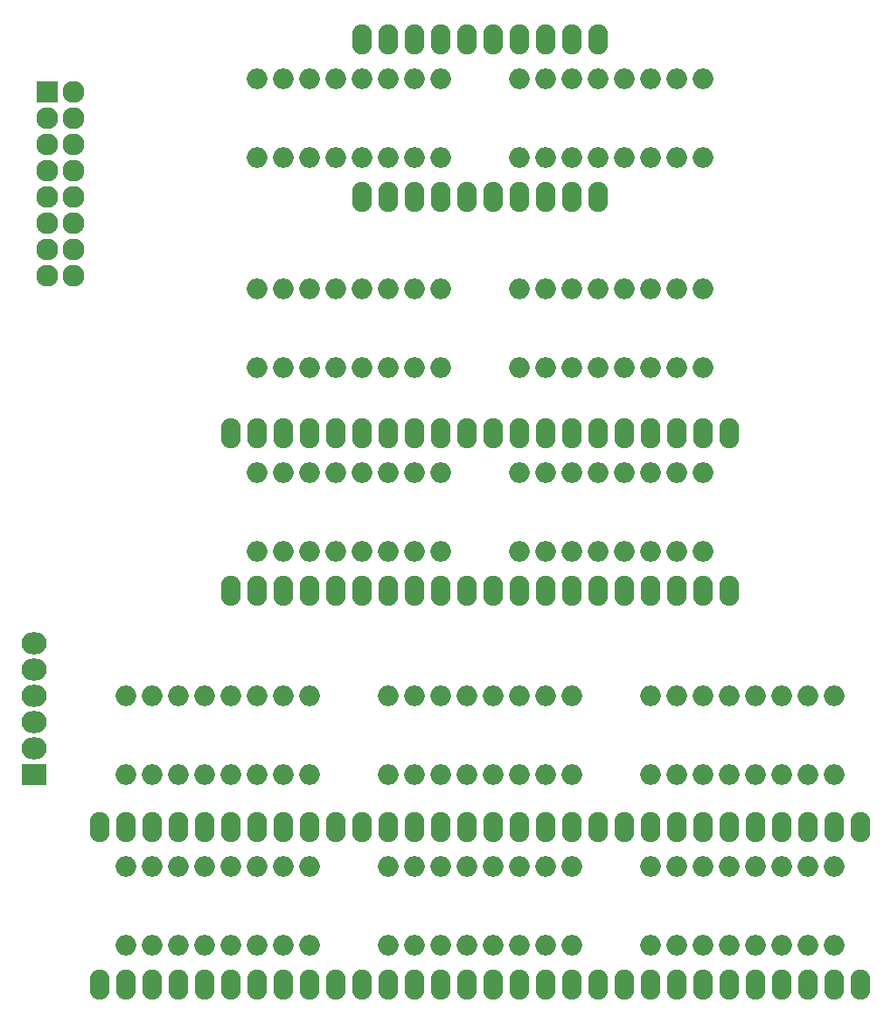
<source format=gbr>
G04 #@! TF.FileFunction,Soldermask,Top*
%FSLAX46Y46*%
G04 Gerber Fmt 4.6, Leading zero omitted, Abs format (unit mm)*
G04 Created by KiCad (PCBNEW 4.0.4-stable) date Mon May  7 18:28:06 2018*
%MOMM*%
%LPD*%
G01*
G04 APERTURE LIST*
%ADD10C,0.100000*%
%ADD11O,1.924000X2.924000*%
%ADD12R,2.432000X2.127200*%
%ADD13O,2.432000X2.127200*%
%ADD14O,2.000000X2.000000*%
%ADD15R,2.127200X2.127200*%
%ADD16O,2.127200X2.127200*%
G04 APERTURE END LIST*
D10*
D11*
X83820000Y-35560000D03*
X86360000Y-35560000D03*
X88900000Y-35560000D03*
X91440000Y-35560000D03*
X93980000Y-35560000D03*
X93980000Y-20320000D03*
X91440000Y-20320000D03*
X88900000Y-20320000D03*
X86360000Y-20320000D03*
X83820000Y-20320000D03*
X96520000Y-35560000D03*
X99060000Y-35560000D03*
X101600000Y-35560000D03*
X104140000Y-35560000D03*
X106680000Y-35560000D03*
X106680000Y-20320000D03*
X104140000Y-20320000D03*
X101600000Y-20320000D03*
X99060000Y-20320000D03*
X96520000Y-20320000D03*
X71120000Y-73660000D03*
X73660000Y-73660000D03*
X76200000Y-73660000D03*
X78740000Y-73660000D03*
X81280000Y-73660000D03*
X81280000Y-58420000D03*
X78740000Y-58420000D03*
X76200000Y-58420000D03*
X73660000Y-58420000D03*
X71120000Y-58420000D03*
X83820000Y-73660000D03*
X86360000Y-73660000D03*
X88900000Y-73660000D03*
X91440000Y-73660000D03*
X93980000Y-73660000D03*
X93980000Y-58420000D03*
X91440000Y-58420000D03*
X88900000Y-58420000D03*
X86360000Y-58420000D03*
X83820000Y-58420000D03*
X96520000Y-73660000D03*
X99060000Y-73660000D03*
X101600000Y-73660000D03*
X104140000Y-73660000D03*
X106680000Y-73660000D03*
X106680000Y-58420000D03*
X104140000Y-58420000D03*
X101600000Y-58420000D03*
X99060000Y-58420000D03*
X96520000Y-58420000D03*
X109220000Y-73660000D03*
X111760000Y-73660000D03*
X114300000Y-73660000D03*
X116840000Y-73660000D03*
X119380000Y-73660000D03*
X119380000Y-58420000D03*
X116840000Y-58420000D03*
X114300000Y-58420000D03*
X111760000Y-58420000D03*
X109220000Y-58420000D03*
X58420000Y-111760000D03*
X60960000Y-111760000D03*
X63500000Y-111760000D03*
X66040000Y-111760000D03*
X68580000Y-111760000D03*
X68580000Y-96520000D03*
X66040000Y-96520000D03*
X63500000Y-96520000D03*
X60960000Y-96520000D03*
X58420000Y-96520000D03*
X71120000Y-111760000D03*
X73660000Y-111760000D03*
X76200000Y-111760000D03*
X78740000Y-111760000D03*
X81280000Y-111760000D03*
X81280000Y-96520000D03*
X78740000Y-96520000D03*
X76200000Y-96520000D03*
X73660000Y-96520000D03*
X71120000Y-96520000D03*
X83820000Y-111760000D03*
X86360000Y-111760000D03*
X88900000Y-111760000D03*
X91440000Y-111760000D03*
X93980000Y-111760000D03*
X93980000Y-96520000D03*
X91440000Y-96520000D03*
X88900000Y-96520000D03*
X86360000Y-96520000D03*
X83820000Y-96520000D03*
X96520000Y-111760000D03*
X99060000Y-111760000D03*
X101600000Y-111760000D03*
X104140000Y-111760000D03*
X106680000Y-111760000D03*
X106680000Y-96520000D03*
X104140000Y-96520000D03*
X101600000Y-96520000D03*
X99060000Y-96520000D03*
X96520000Y-96520000D03*
X109220000Y-111760000D03*
X111760000Y-111760000D03*
X114300000Y-111760000D03*
X116840000Y-111760000D03*
X119380000Y-111760000D03*
X119380000Y-96520000D03*
X116840000Y-96520000D03*
X114300000Y-96520000D03*
X111760000Y-96520000D03*
X109220000Y-96520000D03*
X121920000Y-111760000D03*
X124460000Y-111760000D03*
X127000000Y-111760000D03*
X129540000Y-111760000D03*
X132080000Y-111760000D03*
X132080000Y-96520000D03*
X129540000Y-96520000D03*
X127000000Y-96520000D03*
X124460000Y-96520000D03*
X121920000Y-96520000D03*
D12*
X52070000Y-91440000D03*
D13*
X52070000Y-88900000D03*
X52070000Y-86360000D03*
X52070000Y-83820000D03*
X52070000Y-81280000D03*
X52070000Y-78740000D03*
D14*
X129540000Y-83820000D03*
X127000000Y-83820000D03*
X124460000Y-83820000D03*
X121920000Y-83820000D03*
X119380000Y-83820000D03*
X116840000Y-83820000D03*
X114300000Y-83820000D03*
X111760000Y-83820000D03*
X111760000Y-91440000D03*
X114300000Y-91440000D03*
X116840000Y-91440000D03*
X119380000Y-91440000D03*
X121920000Y-91440000D03*
X124460000Y-91440000D03*
X127000000Y-91440000D03*
X129540000Y-91440000D03*
X111760000Y-107950000D03*
X114300000Y-107950000D03*
X116840000Y-107950000D03*
X119380000Y-107950000D03*
X121920000Y-107950000D03*
X124460000Y-107950000D03*
X127000000Y-107950000D03*
X129540000Y-107950000D03*
X129540000Y-100330000D03*
X127000000Y-100330000D03*
X124460000Y-100330000D03*
X121920000Y-100330000D03*
X119380000Y-100330000D03*
X116840000Y-100330000D03*
X114300000Y-100330000D03*
X111760000Y-100330000D03*
X104140000Y-83820000D03*
X101600000Y-83820000D03*
X99060000Y-83820000D03*
X96520000Y-83820000D03*
X93980000Y-83820000D03*
X91440000Y-83820000D03*
X88900000Y-83820000D03*
X86360000Y-83820000D03*
X86360000Y-91440000D03*
X88900000Y-91440000D03*
X91440000Y-91440000D03*
X93980000Y-91440000D03*
X96520000Y-91440000D03*
X99060000Y-91440000D03*
X101600000Y-91440000D03*
X104140000Y-91440000D03*
X104140000Y-100330000D03*
X101600000Y-100330000D03*
X99060000Y-100330000D03*
X96520000Y-100330000D03*
X93980000Y-100330000D03*
X91440000Y-100330000D03*
X88900000Y-100330000D03*
X86360000Y-100330000D03*
X86360000Y-107950000D03*
X88900000Y-107950000D03*
X91440000Y-107950000D03*
X93980000Y-107950000D03*
X96520000Y-107950000D03*
X99060000Y-107950000D03*
X101600000Y-107950000D03*
X104140000Y-107950000D03*
X78740000Y-83820000D03*
X76200000Y-83820000D03*
X73660000Y-83820000D03*
X71120000Y-83820000D03*
X68580000Y-83820000D03*
X66040000Y-83820000D03*
X63500000Y-83820000D03*
X60960000Y-83820000D03*
X60960000Y-91440000D03*
X63500000Y-91440000D03*
X66040000Y-91440000D03*
X68580000Y-91440000D03*
X71120000Y-91440000D03*
X73660000Y-91440000D03*
X76200000Y-91440000D03*
X78740000Y-91440000D03*
X78740000Y-100330000D03*
X76200000Y-100330000D03*
X73660000Y-100330000D03*
X71120000Y-100330000D03*
X68580000Y-100330000D03*
X66040000Y-100330000D03*
X63500000Y-100330000D03*
X60960000Y-100330000D03*
X60960000Y-107950000D03*
X63500000Y-107950000D03*
X66040000Y-107950000D03*
X68580000Y-107950000D03*
X71120000Y-107950000D03*
X73660000Y-107950000D03*
X76200000Y-107950000D03*
X78740000Y-107950000D03*
X116840000Y-44450000D03*
X114300000Y-44450000D03*
X111760000Y-44450000D03*
X109220000Y-44450000D03*
X106680000Y-44450000D03*
X104140000Y-44450000D03*
X101600000Y-44450000D03*
X99060000Y-44450000D03*
X99060000Y-52070000D03*
X101600000Y-52070000D03*
X104140000Y-52070000D03*
X106680000Y-52070000D03*
X109220000Y-52070000D03*
X111760000Y-52070000D03*
X114300000Y-52070000D03*
X116840000Y-52070000D03*
X116840000Y-62230000D03*
X114300000Y-62230000D03*
X111760000Y-62230000D03*
X109220000Y-62230000D03*
X106680000Y-62230000D03*
X104140000Y-62230000D03*
X101600000Y-62230000D03*
X99060000Y-62230000D03*
X99060000Y-69850000D03*
X101600000Y-69850000D03*
X104140000Y-69850000D03*
X106680000Y-69850000D03*
X109220000Y-69850000D03*
X111760000Y-69850000D03*
X114300000Y-69850000D03*
X116840000Y-69850000D03*
X91440000Y-44450000D03*
X88900000Y-44450000D03*
X86360000Y-44450000D03*
X83820000Y-44450000D03*
X81280000Y-44450000D03*
X78740000Y-44450000D03*
X76200000Y-44450000D03*
X73660000Y-44450000D03*
X73660000Y-52070000D03*
X76200000Y-52070000D03*
X78740000Y-52070000D03*
X81280000Y-52070000D03*
X83820000Y-52070000D03*
X86360000Y-52070000D03*
X88900000Y-52070000D03*
X91440000Y-52070000D03*
X91440000Y-62230000D03*
X88900000Y-62230000D03*
X86360000Y-62230000D03*
X83820000Y-62230000D03*
X81280000Y-62230000D03*
X78740000Y-62230000D03*
X76200000Y-62230000D03*
X73660000Y-62230000D03*
X73660000Y-69850000D03*
X76200000Y-69850000D03*
X78740000Y-69850000D03*
X81280000Y-69850000D03*
X83820000Y-69850000D03*
X86360000Y-69850000D03*
X88900000Y-69850000D03*
X91440000Y-69850000D03*
X116840000Y-24130000D03*
X114300000Y-24130000D03*
X111760000Y-24130000D03*
X109220000Y-24130000D03*
X106680000Y-24130000D03*
X104140000Y-24130000D03*
X101600000Y-24130000D03*
X99060000Y-24130000D03*
X99060000Y-31750000D03*
X101600000Y-31750000D03*
X104140000Y-31750000D03*
X106680000Y-31750000D03*
X109220000Y-31750000D03*
X111760000Y-31750000D03*
X114300000Y-31750000D03*
X116840000Y-31750000D03*
X91440000Y-24130000D03*
X88900000Y-24130000D03*
X86360000Y-24130000D03*
X83820000Y-24130000D03*
X81280000Y-24130000D03*
X78740000Y-24130000D03*
X76200000Y-24130000D03*
X73660000Y-24130000D03*
X73660000Y-31750000D03*
X76200000Y-31750000D03*
X78740000Y-31750000D03*
X81280000Y-31750000D03*
X83820000Y-31750000D03*
X86360000Y-31750000D03*
X88900000Y-31750000D03*
X91440000Y-31750000D03*
D15*
X53340000Y-25400000D03*
D16*
X55880000Y-25400000D03*
X53340000Y-27940000D03*
X55880000Y-27940000D03*
X53340000Y-30480000D03*
X55880000Y-30480000D03*
X53340000Y-33020000D03*
X55880000Y-33020000D03*
X53340000Y-35560000D03*
X55880000Y-35560000D03*
X53340000Y-38100000D03*
X55880000Y-38100000D03*
X53340000Y-40640000D03*
X55880000Y-40640000D03*
X53340000Y-43180000D03*
X55880000Y-43180000D03*
M02*

</source>
